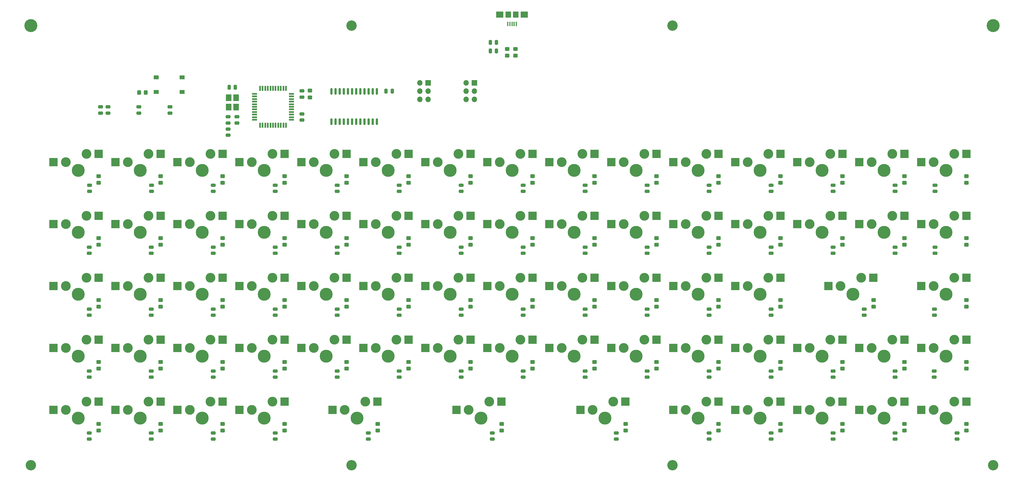
<source format=gbr>
G04 #@! TF.GenerationSoftware,KiCad,Pcbnew,7.0.1*
G04 #@! TF.CreationDate,2023-04-23T23:40:01+02:00*
G04 #@! TF.ProjectId,keyb_15x5,6b657962-5f31-4357-9835-2e6b69636164,rev?*
G04 #@! TF.SameCoordinates,Original*
G04 #@! TF.FileFunction,Soldermask,Bot*
G04 #@! TF.FilePolarity,Negative*
%FSLAX46Y46*%
G04 Gerber Fmt 4.6, Leading zero omitted, Abs format (unit mm)*
G04 Created by KiCad (PCBNEW 7.0.1) date 2023-04-23 23:40:01*
%MOMM*%
%LPD*%
G01*
G04 APERTURE LIST*
G04 Aperture macros list*
%AMRoundRect*
0 Rectangle with rounded corners*
0 $1 Rounding radius*
0 $2 $3 $4 $5 $6 $7 $8 $9 X,Y pos of 4 corners*
0 Add a 4 corners polygon primitive as box body*
4,1,4,$2,$3,$4,$5,$6,$7,$8,$9,$2,$3,0*
0 Add four circle primitives for the rounded corners*
1,1,$1+$1,$2,$3*
1,1,$1+$1,$4,$5*
1,1,$1+$1,$6,$7*
1,1,$1+$1,$8,$9*
0 Add four rect primitives between the rounded corners*
20,1,$1+$1,$2,$3,$4,$5,0*
20,1,$1+$1,$4,$5,$6,$7,0*
20,1,$1+$1,$6,$7,$8,$9,0*
20,1,$1+$1,$8,$9,$2,$3,0*%
G04 Aperture macros list end*
%ADD10R,0.400000X1.400000*%
%ADD11R,2.300000X1.900000*%
%ADD12R,1.800000X1.900000*%
%ADD13C,3.000000*%
%ADD14C,3.987800*%
%ADD15R,2.550000X2.500000*%
%ADD16C,4.000000*%
%ADD17C,3.200000*%
%ADD18R,1.700000X1.700000*%
%ADD19O,1.700000X1.700000*%
%ADD20RoundRect,0.250000X0.450000X-0.325000X0.450000X0.325000X-0.450000X0.325000X-0.450000X-0.325000X0*%
%ADD21RoundRect,0.250000X-0.250000X-0.475000X0.250000X-0.475000X0.250000X0.475000X-0.250000X0.475000X0*%
%ADD22RoundRect,0.250000X0.250000X0.475000X-0.250000X0.475000X-0.250000X-0.475000X0.250000X-0.475000X0*%
%ADD23RoundRect,0.250000X-0.475000X0.250000X-0.475000X-0.250000X0.475000X-0.250000X0.475000X0.250000X0*%
%ADD24RoundRect,0.250000X0.475000X-0.250000X0.475000X0.250000X-0.475000X0.250000X-0.475000X-0.250000X0*%
%ADD25RoundRect,0.250000X0.325000X0.450000X-0.325000X0.450000X-0.325000X-0.450000X0.325000X-0.450000X0*%
%ADD26R,1.550000X1.300000*%
%ADD27R,1.800000X2.100000*%
%ADD28R,0.550000X1.500000*%
%ADD29R,1.500000X0.550000*%
%ADD30RoundRect,0.150000X0.150000X-0.875000X0.150000X0.875000X-0.150000X0.875000X-0.150000X-0.875000X0*%
G04 APERTURE END LIST*
D10*
X213490000Y-68210000D03*
X214140000Y-68210000D03*
X214790000Y-68210000D03*
X215440000Y-68210000D03*
X216090000Y-68210000D03*
D11*
X218540000Y-65360000D03*
D12*
X215940000Y-65360000D03*
D11*
X211040000Y-65360000D03*
D12*
X213640000Y-65360000D03*
D13*
X77630000Y-110734000D03*
D14*
X81440000Y-113274000D03*
D13*
X83980000Y-108194000D03*
D15*
X73880000Y-110734000D03*
X87730000Y-108194000D03*
D16*
X66920000Y-68750000D03*
D17*
X66910000Y-203980000D03*
X362660000Y-204000000D03*
D16*
X362670000Y-68750000D03*
D13*
X115730000Y-167884000D03*
D14*
X119540000Y-170424000D03*
D13*
X122080000Y-165344000D03*
D15*
X111980000Y-167884000D03*
X125830000Y-165344000D03*
D13*
X325280000Y-167884000D03*
D14*
X329090000Y-170424000D03*
D13*
X331630000Y-165344000D03*
D15*
X321530000Y-167884000D03*
X335380000Y-165344000D03*
D13*
X163355000Y-186934000D03*
D14*
X167165000Y-189474000D03*
D13*
X169705000Y-184394000D03*
D15*
X159605000Y-186934000D03*
X173455000Y-184394000D03*
D13*
X153830000Y-110734000D03*
D14*
X157640000Y-113274000D03*
D13*
X160180000Y-108194000D03*
D15*
X150080000Y-110734000D03*
X163930000Y-108194000D03*
D13*
X134780000Y-148834000D03*
D14*
X138590000Y-151374000D03*
D13*
X141130000Y-146294000D03*
D15*
X131030000Y-148834000D03*
X144880000Y-146294000D03*
D13*
X115730000Y-129784000D03*
D14*
X119540000Y-132324000D03*
D13*
X122080000Y-127244000D03*
D15*
X111980000Y-129784000D03*
X125830000Y-127244000D03*
D13*
X344330000Y-129784000D03*
D14*
X348140000Y-132324000D03*
D13*
X350680000Y-127244000D03*
D15*
X340580000Y-129784000D03*
X354430000Y-127244000D03*
D13*
X210980000Y-110734000D03*
D14*
X214790000Y-113274000D03*
D13*
X217330000Y-108194000D03*
D15*
X207230000Y-110734000D03*
X221080000Y-108194000D03*
D13*
X172880000Y-148834000D03*
D14*
X176690000Y-151374000D03*
D13*
X179230000Y-146294000D03*
D15*
X169130000Y-148834000D03*
X182980000Y-146294000D03*
D13*
X96680000Y-186934000D03*
D14*
X100490000Y-189474000D03*
D13*
X103030000Y-184394000D03*
D15*
X92930000Y-186934000D03*
X106780000Y-184394000D03*
D13*
X325280000Y-129784000D03*
D14*
X329090000Y-132324000D03*
D13*
X331630000Y-127244000D03*
D15*
X321530000Y-129784000D03*
X335380000Y-127244000D03*
D13*
X230030000Y-129784000D03*
D14*
X233840000Y-132324000D03*
D13*
X236380000Y-127244000D03*
D15*
X226280000Y-129784000D03*
X240130000Y-127244000D03*
D13*
X172880000Y-129784000D03*
D14*
X176690000Y-132324000D03*
D13*
X179230000Y-127244000D03*
D15*
X169130000Y-129784000D03*
X182980000Y-127244000D03*
D13*
X115730000Y-148834000D03*
D14*
X119540000Y-151374000D03*
D13*
X122080000Y-146294000D03*
D15*
X111980000Y-148834000D03*
X125830000Y-146294000D03*
D13*
X210980000Y-129784000D03*
D14*
X214790000Y-132324000D03*
D13*
X217330000Y-127244000D03*
D15*
X207230000Y-129784000D03*
X221080000Y-127244000D03*
D13*
X249080000Y-148834000D03*
D14*
X252890000Y-151374000D03*
D13*
X255430000Y-146294000D03*
D15*
X245330000Y-148834000D03*
X259180000Y-146294000D03*
D13*
X96680000Y-148834000D03*
D14*
X100490000Y-151374000D03*
D13*
X103030000Y-146294000D03*
D15*
X92930000Y-148834000D03*
X106780000Y-146294000D03*
D17*
X165500000Y-68740000D03*
D13*
X268130000Y-129784000D03*
D14*
X271940000Y-132324000D03*
D13*
X274480000Y-127244000D03*
D15*
X264380000Y-129784000D03*
X278230000Y-127244000D03*
D13*
X191930000Y-129784000D03*
D14*
X195740000Y-132324000D03*
D13*
X198280000Y-127244000D03*
D15*
X188180000Y-129784000D03*
X202030000Y-127244000D03*
D13*
X249080000Y-110734000D03*
D14*
X252890000Y-113274000D03*
D13*
X255430000Y-108194000D03*
D15*
X245330000Y-110734000D03*
X259180000Y-108194000D03*
D13*
X268130000Y-148834000D03*
D14*
X271940000Y-151374000D03*
D13*
X274480000Y-146294000D03*
D15*
X264380000Y-148834000D03*
X278230000Y-146294000D03*
D13*
X96680000Y-110734000D03*
D14*
X100490000Y-113274000D03*
D13*
X103030000Y-108194000D03*
D15*
X92930000Y-110734000D03*
X106780000Y-108194000D03*
D13*
X325280000Y-110734000D03*
D14*
X329090000Y-113274000D03*
D13*
X331630000Y-108194000D03*
D15*
X321530000Y-110734000D03*
X335380000Y-108194000D03*
D13*
X96680000Y-167884000D03*
D14*
X100490000Y-170424000D03*
D13*
X103030000Y-165344000D03*
D15*
X92930000Y-167884000D03*
X106780000Y-165344000D03*
D13*
X344330000Y-186934000D03*
D14*
X348140000Y-189474000D03*
D13*
X350680000Y-184394000D03*
D15*
X340580000Y-186934000D03*
X354430000Y-184394000D03*
D13*
X306230000Y-167884000D03*
D14*
X310040000Y-170424000D03*
D13*
X312580000Y-165344000D03*
D15*
X302480000Y-167884000D03*
X316330000Y-165344000D03*
D13*
X210980000Y-148834000D03*
D14*
X214790000Y-151374000D03*
D13*
X217330000Y-146294000D03*
D15*
X207230000Y-148834000D03*
X221080000Y-146294000D03*
D13*
X77630000Y-129784000D03*
D14*
X81440000Y-132324000D03*
D13*
X83980000Y-127244000D03*
D15*
X73880000Y-129784000D03*
X87730000Y-127244000D03*
D13*
X134780000Y-110734000D03*
D14*
X138590000Y-113274000D03*
D13*
X141130000Y-108194000D03*
D15*
X131030000Y-110734000D03*
X144880000Y-108194000D03*
D13*
X77630000Y-148834000D03*
D14*
X81440000Y-151374000D03*
D13*
X83980000Y-146294000D03*
D15*
X73880000Y-148834000D03*
X87730000Y-146294000D03*
D13*
X153830000Y-148834000D03*
D14*
X157640000Y-151374000D03*
D13*
X160180000Y-146294000D03*
D15*
X150080000Y-148834000D03*
X163930000Y-146294000D03*
D13*
X287180000Y-167884000D03*
D14*
X290990000Y-170424000D03*
D13*
X293530000Y-165344000D03*
D15*
X283430000Y-167884000D03*
X297280000Y-165344000D03*
D13*
X96680000Y-129784000D03*
D14*
X100490000Y-132324000D03*
D13*
X103030000Y-127244000D03*
D15*
X92930000Y-129784000D03*
X106780000Y-127244000D03*
D13*
X239555000Y-186934000D03*
D14*
X243365000Y-189474000D03*
D13*
X245905000Y-184394000D03*
D15*
X235805000Y-186934000D03*
X249655000Y-184394000D03*
D13*
X268130000Y-167884000D03*
D14*
X271940000Y-170424000D03*
D13*
X274480000Y-165344000D03*
D15*
X264380000Y-167884000D03*
X278230000Y-165344000D03*
D13*
X134780000Y-167884000D03*
D14*
X138590000Y-170424000D03*
D13*
X141130000Y-165344000D03*
D15*
X131030000Y-167884000D03*
X144880000Y-165344000D03*
D13*
X306230000Y-129784000D03*
D14*
X310040000Y-132324000D03*
D13*
X312580000Y-127244000D03*
D15*
X302480000Y-129784000D03*
X316330000Y-127244000D03*
D13*
X268130000Y-110734000D03*
D14*
X271940000Y-113274000D03*
D13*
X274480000Y-108194000D03*
D15*
X264380000Y-110734000D03*
X278230000Y-108194000D03*
D13*
X172880000Y-110734000D03*
D14*
X176690000Y-113274000D03*
D13*
X179230000Y-108194000D03*
D15*
X169130000Y-110734000D03*
X182980000Y-108194000D03*
D13*
X153830000Y-129784000D03*
D14*
X157640000Y-132324000D03*
D13*
X160180000Y-127244000D03*
D15*
X150080000Y-129784000D03*
X163930000Y-127244000D03*
D17*
X165500000Y-203990000D03*
D13*
X268130000Y-186934000D03*
D14*
X271940000Y-189474000D03*
D13*
X274480000Y-184394000D03*
D15*
X264380000Y-186934000D03*
X278230000Y-184394000D03*
D13*
X249080000Y-167884000D03*
D14*
X252890000Y-170424000D03*
D13*
X255430000Y-165344000D03*
D15*
X245330000Y-167884000D03*
X259180000Y-165344000D03*
D13*
X210980000Y-167884000D03*
D14*
X214790000Y-170424000D03*
D13*
X217330000Y-165344000D03*
D15*
X207230000Y-167884000D03*
X221080000Y-165344000D03*
D17*
X264080000Y-203990000D03*
D13*
X115730000Y-186934000D03*
D14*
X119540000Y-189474000D03*
D13*
X122080000Y-184394000D03*
D15*
X111980000Y-186934000D03*
X125830000Y-184394000D03*
D13*
X191930000Y-110734000D03*
D14*
X195740000Y-113274000D03*
D13*
X198280000Y-108194000D03*
D15*
X188180000Y-110734000D03*
X202030000Y-108194000D03*
D13*
X134780000Y-129784000D03*
D14*
X138590000Y-132324000D03*
D13*
X141130000Y-127244000D03*
D15*
X131030000Y-129784000D03*
X144880000Y-127244000D03*
D13*
X230030000Y-148834000D03*
D14*
X233840000Y-151374000D03*
D13*
X236380000Y-146294000D03*
D15*
X226280000Y-148834000D03*
X240130000Y-146294000D03*
D13*
X172880000Y-167884000D03*
D14*
X176690000Y-170424000D03*
D13*
X179230000Y-165344000D03*
D15*
X169130000Y-167884000D03*
X182980000Y-165344000D03*
D13*
X201455000Y-186934000D03*
D14*
X205265000Y-189474000D03*
D13*
X207805000Y-184394000D03*
D15*
X197705000Y-186934000D03*
X211555000Y-184394000D03*
D13*
X191930000Y-148834000D03*
D14*
X195740000Y-151374000D03*
D13*
X198280000Y-146294000D03*
D15*
X188180000Y-148834000D03*
X202030000Y-146294000D03*
D13*
X115730000Y-110734000D03*
D14*
X119540000Y-113274000D03*
D13*
X122080000Y-108194000D03*
D15*
X111980000Y-110734000D03*
X125830000Y-108194000D03*
D13*
X344330000Y-148834000D03*
D14*
X348140000Y-151374000D03*
D13*
X350680000Y-146294000D03*
D15*
X340580000Y-148834000D03*
X354430000Y-146294000D03*
D13*
X77630000Y-186934000D03*
D14*
X81440000Y-189474000D03*
D13*
X83980000Y-184394000D03*
D15*
X73880000Y-186934000D03*
X87730000Y-184394000D03*
D13*
X306230000Y-186934000D03*
D14*
X310040000Y-189474000D03*
D13*
X312580000Y-184394000D03*
D15*
X302480000Y-186934000D03*
X316330000Y-184394000D03*
D13*
X287180000Y-148834000D03*
D14*
X290990000Y-151374000D03*
D13*
X293530000Y-146294000D03*
D15*
X283430000Y-148834000D03*
X297280000Y-146294000D03*
D13*
X249080000Y-129784000D03*
D14*
X252890000Y-132324000D03*
D13*
X255430000Y-127244000D03*
D15*
X245330000Y-129784000D03*
X259180000Y-127244000D03*
D17*
X264080000Y-68750000D03*
D13*
X287180000Y-110734000D03*
D14*
X290990000Y-113274000D03*
D13*
X293530000Y-108194000D03*
D15*
X283430000Y-110734000D03*
X297280000Y-108194000D03*
D13*
X134780000Y-186934000D03*
D14*
X138590000Y-189474000D03*
D13*
X141130000Y-184394000D03*
D15*
X131030000Y-186934000D03*
X144880000Y-184394000D03*
D13*
X153830000Y-167884000D03*
D14*
X157640000Y-170424000D03*
D13*
X160180000Y-165344000D03*
D15*
X150080000Y-167884000D03*
X163930000Y-165344000D03*
D13*
X287180000Y-129784000D03*
D14*
X290990000Y-132324000D03*
D13*
X293530000Y-127244000D03*
D15*
X283430000Y-129784000D03*
X297280000Y-127244000D03*
D13*
X77630000Y-167884000D03*
D14*
X81440000Y-170424000D03*
D13*
X83980000Y-165344000D03*
D15*
X73880000Y-167884000D03*
X87730000Y-165344000D03*
D13*
X287180000Y-186934000D03*
D14*
X290990000Y-189474000D03*
D13*
X293530000Y-184394000D03*
D15*
X283430000Y-186934000D03*
X297280000Y-184394000D03*
D18*
X189000000Y-86360000D03*
D19*
X186460000Y-86360000D03*
X189000000Y-88900000D03*
X186460000Y-88900000D03*
X189000000Y-91440000D03*
X186460000Y-91440000D03*
D13*
X230030000Y-110734000D03*
D14*
X233840000Y-113274000D03*
D13*
X236380000Y-108194000D03*
D15*
X226280000Y-110734000D03*
X240130000Y-108194000D03*
D13*
X230030000Y-167884000D03*
D14*
X233840000Y-170424000D03*
D13*
X236380000Y-165344000D03*
D15*
X226280000Y-167884000D03*
X240130000Y-165344000D03*
D13*
X191930000Y-167884000D03*
D14*
X195740000Y-170424000D03*
D13*
X198280000Y-165344000D03*
D15*
X188180000Y-167884000D03*
X202030000Y-165344000D03*
D13*
X306230000Y-110734000D03*
D14*
X310040000Y-113274000D03*
D13*
X312580000Y-108194000D03*
D15*
X302480000Y-110734000D03*
X316330000Y-108194000D03*
D13*
X344330000Y-110734000D03*
D14*
X348140000Y-113274000D03*
D13*
X350680000Y-108194000D03*
D15*
X340580000Y-110734000D03*
X354430000Y-108194000D03*
D13*
X325280000Y-186934000D03*
D14*
X329090000Y-189474000D03*
D13*
X331630000Y-184394000D03*
D15*
X321530000Y-186934000D03*
X335380000Y-184394000D03*
D13*
X315755000Y-148834000D03*
D14*
X319565000Y-151374000D03*
D13*
X322105000Y-146294000D03*
D15*
X312005000Y-148834000D03*
X325855000Y-146294000D03*
D13*
X344330000Y-167884000D03*
D14*
X348140000Y-170424000D03*
D13*
X350680000Y-165344000D03*
D15*
X340580000Y-167884000D03*
X354430000Y-165344000D03*
D20*
X87760000Y-117084000D03*
X87760000Y-115034000D03*
D21*
X177950000Y-88900000D03*
X176050000Y-88900000D03*
D22*
X210000000Y-73950000D03*
X208100000Y-73950000D03*
D23*
X150250000Y-88850000D03*
X150250000Y-90750000D03*
D24*
X130200000Y-96800000D03*
X130200000Y-98700000D03*
D22*
X210000000Y-76550000D03*
X208100000Y-76550000D03*
X127860000Y-87760000D03*
X129760000Y-87760000D03*
D23*
X127550000Y-98700000D03*
X127550000Y-96800000D03*
D24*
X127550000Y-102450000D03*
X127550000Y-100550000D03*
D25*
X100175000Y-89300000D03*
X102225000Y-89300000D03*
D20*
X215800000Y-77970000D03*
X215800000Y-75920000D03*
X213300000Y-77970000D03*
X213300000Y-75920000D03*
X152700000Y-90825000D03*
X152700000Y-88775000D03*
D26*
X113350000Y-84700000D03*
X105400000Y-84700000D03*
X113350000Y-89200000D03*
X105400000Y-89200000D03*
D27*
X130020000Y-90910000D03*
X130020000Y-93810000D03*
X127720000Y-93810000D03*
X127720000Y-90910000D03*
D28*
X145330000Y-99430000D03*
X144530000Y-99430000D03*
X143730000Y-99430000D03*
X142930000Y-99430000D03*
X142130000Y-99430000D03*
X141330000Y-99430000D03*
X140530000Y-99430000D03*
X139730000Y-99430000D03*
X138930000Y-99430000D03*
X138130000Y-99430000D03*
X137330000Y-99430000D03*
D29*
X135630000Y-97730000D03*
X135630000Y-96930000D03*
X135630000Y-96130000D03*
X135630000Y-95330000D03*
X135630000Y-94530000D03*
X135630000Y-93730000D03*
X135630000Y-92930000D03*
X135630000Y-92130000D03*
X135630000Y-91330000D03*
X135630000Y-90530000D03*
X135630000Y-89730000D03*
D28*
X137330000Y-88030000D03*
X138130000Y-88030000D03*
X138930000Y-88030000D03*
X139730000Y-88030000D03*
X140530000Y-88030000D03*
X141330000Y-88030000D03*
X142130000Y-88030000D03*
X142930000Y-88030000D03*
X143730000Y-88030000D03*
X144530000Y-88030000D03*
X145330000Y-88030000D03*
D29*
X147030000Y-89730000D03*
X147030000Y-90530000D03*
X147030000Y-91330000D03*
X147030000Y-92130000D03*
X147030000Y-92930000D03*
X147030000Y-93730000D03*
X147030000Y-94530000D03*
X147030000Y-95330000D03*
X147030000Y-96130000D03*
X147030000Y-96930000D03*
X147030000Y-97730000D03*
D18*
X203200000Y-86360000D03*
D19*
X200660000Y-86360000D03*
X203200000Y-88900000D03*
X200660000Y-88900000D03*
X203200000Y-91440000D03*
X200660000Y-91440000D03*
D20*
X259210000Y-117084000D03*
X259210000Y-115034000D03*
X163960000Y-117084000D03*
X163960000Y-115034000D03*
D24*
X142030000Y-157860000D03*
X142030000Y-155960000D03*
D20*
X354460000Y-136134000D03*
X354460000Y-134084000D03*
D24*
X313480000Y-119725000D03*
X313480000Y-117825000D03*
X142040000Y-195950000D03*
X142040000Y-194050000D03*
D20*
X259210000Y-155184000D03*
X259210000Y-153134000D03*
D23*
X218220000Y-175000000D03*
X218220000Y-176900000D03*
D20*
X297310000Y-136134000D03*
X297310000Y-134084000D03*
D23*
X294420000Y-175000000D03*
X294420000Y-176900000D03*
D20*
X106810000Y-174234000D03*
X106810000Y-172184000D03*
D24*
X103950000Y-119750000D03*
X103950000Y-117850000D03*
D20*
X316360000Y-117084000D03*
X316360000Y-115034000D03*
X354460000Y-117084000D03*
X354460000Y-115034000D03*
D23*
X237290000Y-136890000D03*
X237290000Y-138790000D03*
X161070000Y-175000000D03*
X161070000Y-176900000D03*
X88300000Y-93750000D03*
X88300000Y-95650000D03*
D20*
X278260000Y-136134000D03*
X278260000Y-134084000D03*
D24*
X313490000Y-195950000D03*
X313490000Y-194050000D03*
X294440000Y-195950000D03*
X294440000Y-194050000D03*
D23*
X90600000Y-93750000D03*
X90600000Y-95650000D03*
X180140000Y-136890000D03*
X180140000Y-138790000D03*
X150250000Y-95900000D03*
X150250000Y-97800000D03*
D20*
X125860000Y-193284000D03*
X125860000Y-191234000D03*
D24*
X218230000Y-119725000D03*
X218230000Y-117825000D03*
X122980000Y-157860000D03*
X122980000Y-155960000D03*
D20*
X278260000Y-193284000D03*
X278260000Y-191234000D03*
X144910000Y-174234000D03*
X144910000Y-172184000D03*
D24*
X122990000Y-195950000D03*
X122990000Y-194050000D03*
D20*
X259210000Y-174234000D03*
X259210000Y-172184000D03*
D23*
X332520000Y-175000000D03*
X332520000Y-176900000D03*
D30*
X173220000Y-98300000D03*
X171950000Y-98300000D03*
X170680000Y-98300000D03*
X169410000Y-98300000D03*
X168140000Y-98300000D03*
X166870000Y-98300000D03*
X165600000Y-98300000D03*
X164330000Y-98300000D03*
X163060000Y-98300000D03*
X161790000Y-98300000D03*
X160520000Y-98300000D03*
X159250000Y-98300000D03*
X159250000Y-89000000D03*
X160520000Y-89000000D03*
X161790000Y-89000000D03*
X163060000Y-89000000D03*
X164330000Y-89000000D03*
X165600000Y-89000000D03*
X166870000Y-89000000D03*
X168140000Y-89000000D03*
X169410000Y-89000000D03*
X170680000Y-89000000D03*
X171950000Y-89000000D03*
X173220000Y-89000000D03*
D20*
X183010000Y-155184000D03*
X183010000Y-153134000D03*
D24*
X351590000Y-195950000D03*
X351590000Y-194050000D03*
X161080000Y-157860000D03*
X161080000Y-155960000D03*
X294430000Y-119725000D03*
X294430000Y-117825000D03*
D20*
X144910000Y-136134000D03*
X144910000Y-134084000D03*
D23*
X313470000Y-175000000D03*
X313470000Y-176900000D03*
X199190000Y-136890000D03*
X199190000Y-138790000D03*
X344560000Y-174980000D03*
X344560000Y-176880000D03*
D24*
X246815000Y-195950000D03*
X246815000Y-194050000D03*
D23*
X84890000Y-136890000D03*
X84890000Y-138790000D03*
D20*
X87760000Y-155184000D03*
X87760000Y-153134000D03*
D23*
X237270000Y-175000000D03*
X237270000Y-176900000D03*
D24*
X142030000Y-119725000D03*
X142030000Y-117825000D03*
D20*
X87760000Y-174234000D03*
X87760000Y-172184000D03*
D23*
X344770000Y-136890000D03*
X344770000Y-138790000D03*
D20*
X278260000Y-117084000D03*
X278260000Y-115034000D03*
X106810000Y-136134000D03*
X106810000Y-134084000D03*
X106810000Y-155184000D03*
X106810000Y-153134000D03*
D24*
X122980000Y-119750000D03*
X122980000Y-117850000D03*
X208715000Y-195950000D03*
X208715000Y-194050000D03*
D20*
X87760000Y-136134000D03*
X87760000Y-134084000D03*
X335410000Y-136134000D03*
X335410000Y-134084000D03*
D23*
X256340000Y-136890000D03*
X256340000Y-138790000D03*
D20*
X202060000Y-136134000D03*
X202060000Y-134084000D03*
X297310000Y-155184000D03*
X297310000Y-153134000D03*
X125860000Y-174234000D03*
X125860000Y-172184000D03*
X316360000Y-136134000D03*
X316360000Y-134084000D03*
D23*
X122970000Y-175000000D03*
X122970000Y-176900000D03*
X122990000Y-136890000D03*
X122990000Y-138790000D03*
D24*
X275380000Y-119725000D03*
X275380000Y-117825000D03*
X180130000Y-119725000D03*
X180130000Y-117825000D03*
X103930000Y-157860000D03*
X103930000Y-155960000D03*
X199180000Y-157860000D03*
X199180000Y-155960000D03*
D20*
X87760000Y-193284000D03*
X87760000Y-191234000D03*
X297310000Y-174234000D03*
X297310000Y-172184000D03*
X173485000Y-193284000D03*
X173485000Y-191234000D03*
D24*
X256330000Y-119725000D03*
X256330000Y-117825000D03*
D23*
X142040000Y-136890000D03*
X142040000Y-138790000D03*
D24*
X84880000Y-157860000D03*
X84880000Y-155960000D03*
D23*
X109650000Y-93750000D03*
X109650000Y-95650000D03*
X100100000Y-93750000D03*
X100100000Y-95650000D03*
D20*
X354460000Y-193284000D03*
X354460000Y-191234000D03*
X316360000Y-193284000D03*
X316360000Y-191234000D03*
D24*
X323005000Y-157860000D03*
X323005000Y-155960000D03*
X275390000Y-195950000D03*
X275390000Y-194050000D03*
D20*
X125860000Y-136134000D03*
X125860000Y-134084000D03*
X163960000Y-174234000D03*
X163960000Y-172184000D03*
X240160000Y-174234000D03*
X240160000Y-172184000D03*
X249685000Y-193284000D03*
X249685000Y-191234000D03*
D23*
X84870000Y-175000000D03*
X84870000Y-176900000D03*
D20*
X106810000Y-193284000D03*
X106810000Y-191234000D03*
X183010000Y-117084000D03*
X183010000Y-115034000D03*
X202060000Y-155184000D03*
X202060000Y-153134000D03*
D24*
X180130000Y-157860000D03*
X180130000Y-155960000D03*
D20*
X335410000Y-193284000D03*
X335410000Y-191234000D03*
D24*
X199180000Y-119725000D03*
X199180000Y-117825000D03*
D20*
X221110000Y-155184000D03*
X221110000Y-153134000D03*
D23*
X180120000Y-175000000D03*
X180120000Y-176900000D03*
D24*
X218230000Y-157860000D03*
X218230000Y-155960000D03*
D20*
X335410000Y-174234000D03*
X335410000Y-172184000D03*
X125860000Y-117084000D03*
X125860000Y-115034000D03*
X163960000Y-155184000D03*
X163960000Y-153134000D03*
X183010000Y-174234000D03*
X183010000Y-172184000D03*
D24*
X332530000Y-119725000D03*
X332530000Y-117825000D03*
D20*
X354460000Y-155184000D03*
X354460000Y-153134000D03*
X240160000Y-136134000D03*
X240160000Y-134084000D03*
D23*
X313490000Y-136890000D03*
X313490000Y-138790000D03*
D20*
X144910000Y-117084000D03*
X144910000Y-115034000D03*
D24*
X161080000Y-119725000D03*
X161080000Y-117825000D03*
D20*
X183010000Y-136134000D03*
X183010000Y-134084000D03*
X278260000Y-155184000D03*
X278260000Y-153134000D03*
X240160000Y-155184000D03*
X240160000Y-153134000D03*
D23*
X332540000Y-136890000D03*
X332540000Y-138790000D03*
X142020000Y-175000000D03*
X142020000Y-176900000D03*
D20*
X202060000Y-117084000D03*
X202060000Y-115034000D03*
X106810000Y-117084000D03*
X106810000Y-115034000D03*
X297310000Y-193284000D03*
X297310000Y-191234000D03*
D23*
X103940000Y-136890000D03*
X103940000Y-138790000D03*
X218240000Y-136890000D03*
X218240000Y-138790000D03*
X256320000Y-175000000D03*
X256320000Y-176900000D03*
D24*
X170615000Y-195950000D03*
X170615000Y-194050000D03*
D23*
X294440000Y-136890000D03*
X294440000Y-138790000D03*
D24*
X84890000Y-195950000D03*
X84890000Y-194050000D03*
X344780000Y-119730000D03*
X344780000Y-117830000D03*
D20*
X144910000Y-155184000D03*
X144910000Y-153134000D03*
D23*
X275390000Y-136890000D03*
X275390000Y-138790000D03*
D20*
X354460000Y-174234000D03*
X354460000Y-172184000D03*
X316360000Y-174234000D03*
X316360000Y-172184000D03*
D24*
X344650000Y-157840000D03*
X344650000Y-155940000D03*
D20*
X211585000Y-193284000D03*
X211585000Y-191234000D03*
X335410000Y-117084000D03*
X335410000Y-115034000D03*
X240160000Y-117084000D03*
X240160000Y-115034000D03*
X144910000Y-193284000D03*
X144910000Y-191234000D03*
D24*
X256330000Y-157860000D03*
X256330000Y-155960000D03*
D20*
X297310000Y-117084000D03*
X297310000Y-115034000D03*
D24*
X237280000Y-119750000D03*
X237280000Y-117850000D03*
D23*
X161090000Y-136890000D03*
X161090000Y-138790000D03*
D24*
X332540000Y-195950000D03*
X332540000Y-194050000D03*
D20*
X259210000Y-136134000D03*
X259210000Y-134084000D03*
D24*
X84950000Y-119750000D03*
X84950000Y-117850000D03*
D23*
X199170000Y-175000000D03*
X199170000Y-176900000D03*
D24*
X294430000Y-157860000D03*
X294430000Y-155960000D03*
X275380000Y-157860000D03*
X275380000Y-155960000D03*
D20*
X221110000Y-174234000D03*
X221110000Y-172184000D03*
D24*
X103940000Y-195950000D03*
X103940000Y-194050000D03*
D20*
X125860000Y-155184000D03*
X125860000Y-153134000D03*
D23*
X103920000Y-175000000D03*
X103920000Y-176900000D03*
D20*
X202060000Y-174234000D03*
X202060000Y-172184000D03*
D24*
X237280000Y-157860000D03*
X237280000Y-155960000D03*
D20*
X221110000Y-136134000D03*
X221110000Y-134084000D03*
X325885000Y-155184000D03*
X325885000Y-153134000D03*
X221110000Y-117084000D03*
X221110000Y-115034000D03*
D23*
X275370000Y-175000000D03*
X275370000Y-176900000D03*
D20*
X278260000Y-174234000D03*
X278260000Y-172184000D03*
X163960000Y-136134000D03*
X163960000Y-134084000D03*
M02*

</source>
